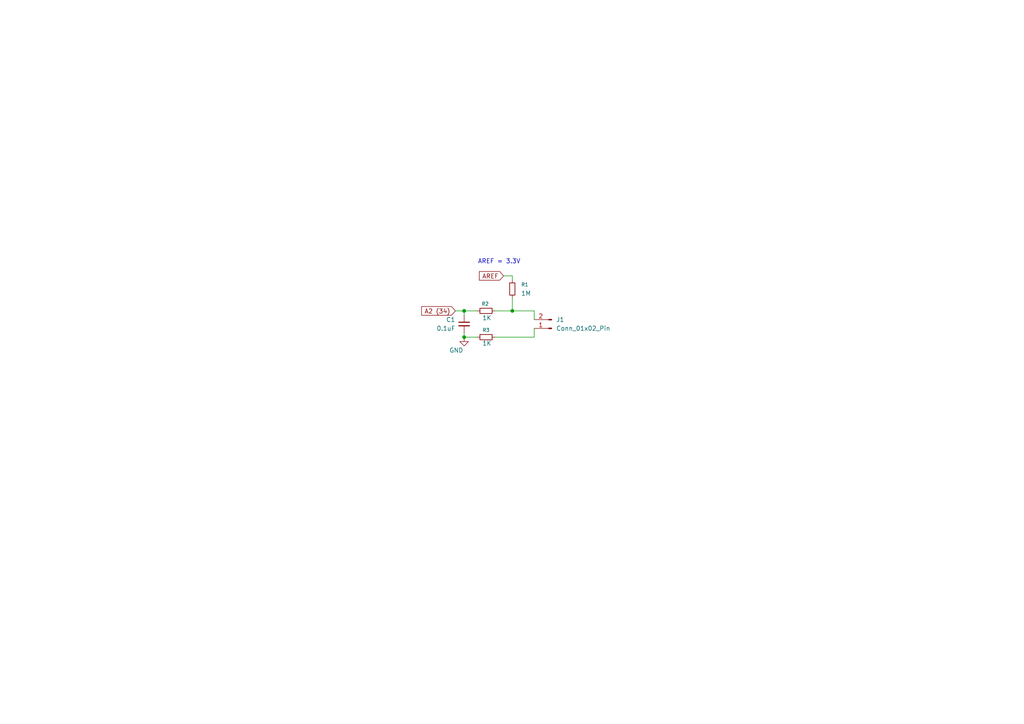
<source format=kicad_sch>
(kicad_sch (version 20250114) (generator "eeschema") (generator_version "9.0")
  (paper "A4")
  (lib_symbols
    (symbol "Connector:Conn_01x02_Pin" (pin_names (offset 1.016) (hide yes))
      (property "Reference" "J" (at 0 2.54 0))
      (property "Value" "Conn_01x02_Pin" (at 0 -5.08 0))
      (symbol "Conn_01x02_Pin_1_1"
        (rectangle (start 0.8636 0.127) (end 0 -0.127) (stroke (width 0.1524)) (fill (type outline)))
        (rectangle (start 0.8636 -2.413) (end 0 -2.667) (stroke (width 0.1524)) (fill (type outline)))
        (polyline (pts (xy 1.27 0) (xy 0.8636 0)) (stroke (width 0.1524)))
        (polyline (pts (xy 1.27 -2.54) (xy 0.8636 -2.54)) (stroke (width 0.1524)))
        (pin passive line (at 5.08 0 180) (length 3.81) (name "Pin_1") (number "1"))
        (pin passive line (at 5.08 -2.54 180) (length 3.81) (name "Pin_2") (number "2"))
      )
    )
    (symbol "Device:C_Small" (pin_numbers (hide yes)) (pin_names (offset 0.254) (hide yes))
      (property "Reference" "C" (at 0.254 1.778 0))
      (property "Value" "C_Small" (at 0.254 -2.032 0))
      (symbol "C_Small_0_1"
        (polyline (pts (xy -1.524 0.508) (xy 1.524 0.508)) (stroke (width 0.3048)))
        (polyline (pts (xy -1.524 -0.508) (xy 1.524 -0.508)) (stroke (width 0.3302)))
      )
      (symbol "C_Small_1_1"
        (pin passive line (at 0 2.54 270) (length 2.032) (name "~") (number "1"))
        (pin passive line (at 0 -2.54 90) (length 2.032) (name "~") (number "2"))
      )
    )
    (symbol "Device:R_Small" (pin_numbers (hide yes)) (pin_names (offset 0.254) (hide yes))
      (property "Reference" "R" (at 0 0 90))
      (property "Value" "R_Small" (at 1.778 0 90))
      (symbol "R_Small_0_1"
        (rectangle (start -0.762 1.778) (end 0.762 -1.778) (stroke (width 0.2032)))
      )
      (symbol "R_Small_1_1"
        (pin passive line (at 0 2.54 270) (length 0.762) (name "~") (number "1"))
        (pin passive line (at 0 -2.54 90) (length 0.762) (name "~") (number "2"))
      )
    )
    (symbol "power:GND" (power) (pin_numbers (hide yes)) (pin_names (offset 0) (hide yes))
      (property "Value" "GND" (at 0 -3.81 0))
      (symbol "GND_0_1"
        (polyline (pts (xy 0 0) (xy 0 -1.27) (xy 1.27 -1.27) (xy 0 -2.54) (xy -1.27 -1.27) (xy 0 -1.27)))
      )
      (symbol "GND_1_1"
        (pin power_in line (at 0 0 270) (length 0) (name "~") (number "1"))
      )
    )
  )
  (text "AREF = 3.3V" (at 144.78 75.946 0) (effects (font (size 1.27 1.27))))
  (junction (at 148.59 90.17))
  (junction (at 134.62 97.79))
  (junction (at 134.62 90.17))
  (wire (pts (xy 134.62 97.79) (xy 138.43 97.79)))
  (wire (pts (xy 134.62 91.44) (xy 134.62 90.17)))
  (wire (pts (xy 134.62 96.52) (xy 134.62 97.79)))
  (wire (pts (xy 154.94 90.17) (xy 154.94 92.71)))
  (wire (pts (xy 154.94 97.79) (xy 154.94 95.25)))
  (wire (pts (xy 143.51 97.79) (xy 154.94 97.79)))
  (wire (pts (xy 143.51 90.17) (xy 148.59 90.17)))
  (wire (pts (xy 146.05 80.01) (xy 148.59 80.01)))
  (wire (pts (xy 148.59 81.28) (xy 148.59 80.01)))
  (wire (pts (xy 134.62 90.17) (xy 138.43 90.17)))
  (wire (pts (xy 148.59 90.17) (xy 154.94 90.17)))
  (wire (pts (xy 132.08 90.17) (xy 134.62 90.17)))
  (wire (pts (xy 148.59 86.36) (xy 148.59 90.17)))
  (global_label "A2 (34)" (shape input) (at 132.08 90.17 180) (property "Intersheetrefs" "${INTERSHEET_REFS}" (effects (hide yes))))
  (global_label "AREF" (shape input) (at 146.05 80.01 180) (property "Intersheetrefs" "${INTERSHEET_REFS}" (effects (hide yes))))
  (symbol (lib_id "Device:R_Small") (at 148.59 83.82 0) (unit 1)
    (property "Reference" "R1" (at 151.13 82.5499 0) (effects (font (size 1.016 1.016)) (justify left)))
    (property "Value" "1M" (at 151.13 85.0899 0) (effects (justify left)))
    (property "Footprint" "Resistor_SMD:R_0603_1608Metric" (effects (hide yes)))
    (property "Description" "Resistor, small symbol" (effects (hide yes)))
  )
  (symbol (lib_id "Connector:Conn_01x02_Pin") (at 160.02 95.25 180) (unit 1)
    (property "Reference" "J1" (at 161.29 92.7099 0) (effects (justify right)))
    (property "Value" "Conn_01x02_Pin" (at 161.29 95.2499 0) (effects (justify right)))
    (property "Footprint" "Connector_PinHeader_2.54mm:PinHeader_1x02_P2.54mm_Vertical" (effects (hide yes)))
    (property "Description" "Generic connector, single row, 01x02, script generated" (effects (hide yes)))
  )
  (symbol (lib_id "Device:R_Small") (at 140.97 97.79 90) (unit 1)
    (property "Reference" "R3" (at 140.97 95.758 90) (effects (font (size 1.016 1.016))))
    (property "Value" "1K" (at 141.224 99.568 90))
    (property "Footprint" "Resistor_SMD:R_0603_1608Metric" (effects (hide yes)))
    (property "Description" "Resistor, small symbol" (effects (hide yes)))
  )
  (symbol (lib_id "Device:C_Small") (at 134.62 93.98 0) (unit 1)
    (property "Reference" "C1" (at 132.08 92.7162 0) (effects (justify right)))
    (property "Value" "0.1uF" (at 132.08 95.2562 0) (effects (justify right)))
    (property "Footprint" "Capacitor_SMD:C_0603_1608Metric" (effects (hide yes)))
    (property "Description" "Unpolarized capacitor, small symbol" (effects (hide yes)))
  )
  (symbol (lib_id "power:GND") (at 134.62 97.79 0) (unit 1)
    (property "Reference" "#PWR01" (effects (hide yes)))
    (property "Value" "GND" (at 132.334 101.6 0))
    (property "Description" "Power symbol creates a global label with name \"GND\" , ground" (effects (hide yes)))
  )
  (symbol (lib_id "Device:R_Small") (at 140.97 90.17 90) (unit 1)
    (property "Reference" "R2" (at 140.716 88.138 90) (effects (font (size 1.016 1.016))))
    (property "Value" "1K" (at 141.224 92.202 90))
    (property "Footprint" "Resistor_SMD:R_0603_1608Metric" (effects (hide yes)))
    (property "Description" "Resistor, small symbol" (effects (hide yes)))
  )
)
</source>
